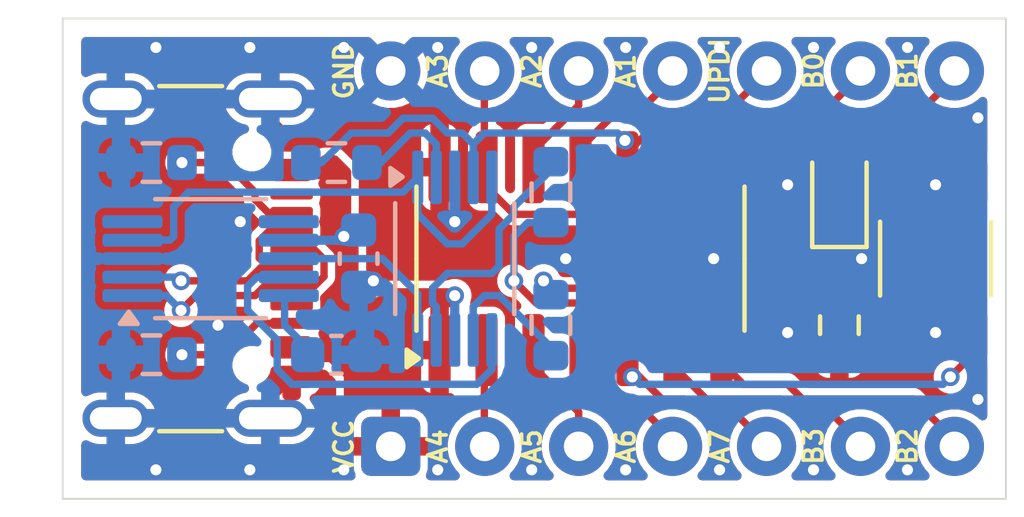
<source format=kicad_pcb>
(kicad_pcb (version 20241229) (generator "pcbnew") (generator_version "9.0")
  (layers (0 "F.Cu" signal) (2 "B.Cu" signal) (13 "F.Paste" user) (15 "B.Paste" user) (5 "F.SilkS" user "F.Silkscreen") (7 "B.SilkS" user "B.Silkscreen") (1 "F.Mask" user) (3 "B.Mask" user) (25 "Edge.Cuts" user))
  (net 0 "")
  (net 1 "PA1")
  (net 2 "GND")
  (net 3 "PA4")
  (net 4 "PA7")
  (net 5 "PA6")
  (net 6 "PB2")
  (net 7 "PB0")
  (net 8 "PB1")
  (net 9 "PA2")
  (net 10 "PA3")
  (net 11 "PA5")
  (net 12 "PB3")
  (net 13 "VCC")
  (net 14 "Net-(J2-CC1)")
  (net 15 "D+")
  (net 16 "D-")
  (net 17 "Net-(J2-CC2)")
  (net 18 "UPDI")
  (net 19 "Net-(R5-Pad1)")
  (net 21 "RTS#")
  (net 23 "TXD")
  (net 24 "RXD")
  (net 25 "Net-(U2-V3)")
  (net 28 "Net-(D1-K)")
  (net 29 "Net-(R3-Pad1)")
  (net 30 "Net-(R4-Pad1)")
  (footprint "LED_SMD:LED_0603_1608Metric" (layer "F.Cu") (at 113.4 98.2 90)
    (property "Reference" "D1" (hide yes))
    (property "Value" "LED_Small" (hide yes))
    (fp_line (start 0.8 -0.735) (end -1.485 -0.735) (stroke (width 0.12)) (layer "F.SilkS"))
    (fp_line (start -1.485 -0.735) (end -1.485 0.735) (stroke (width 0.12)) (layer "F.SilkS"))
    (fp_line (start -1.485 0.735) (end 0.8 0.735) (stroke (width 0.12)) (layer "F.SilkS"))
    (pad "1" smd roundrect (at -0.7875 0 90) (size 0.875 0.95) (layers "F.Cu" "F.Mask" "F.Paste") (net 28 "Net-(D1-K)"))
    (pad "2" smd roundrect (at 0.7875 0 90) (size 0.875 0.95) (layers "F.Cu" "F.Mask" "F.Paste") (net 10 "PA3"))
  )
  (footprint "Package_DIP:DIP-14_W10.16mm" (layer "F.Cu") (at 101.27 105.08 90)
    (property "Reference" "J1" (hide yes))
    (property "Value" "Conn_02x07_Counter_Clockwise" (hide yes))
    (pad "1" thru_hole roundrect (at 0 0 90) (size 1.6 1.6) (drill 0.8) (layers "*.Cu" "*.Mask") (roundrect_rratio 0.15625) (net 13 "VCC"))
    (pad "2" thru_hole circle (at 0 2.54 90) (size 1.6 1.6) (drill 0.8) (layers "*.Cu" "*.Mask") (net 3 "PA4"))
    (pad "3" thru_hole circle (at 0 5.08 90) (size 1.6 1.6) (drill 0.8) (layers "*.Cu" "*.Mask") (net 11 "PA5"))
    (pad "4" thru_hole circle (at 0 7.62 90) (size 1.6 1.6) (drill 0.8) (layers "*.Cu" "*.Mask") (net 5 "PA6"))
    (pad "5" thru_hole circle (at 0 10.16 90) (size 1.6 1.6) (drill 0.8) (layers "*.Cu" "*.Mask") (net 4 "PA7"))
    (pad "6" thru_hole circle (at 0 12.7 90) (size 1.6 1.6) (drill 0.8) (layers "*.Cu" "*.Mask") (net 12 "PB3"))
    (pad "7" thru_hole circle (at 0 15.24 90) (size 1.6 1.6) (drill 0.8) (layers "*.Cu" "*.Mask") (net 6 "PB2"))
    (pad "8" thru_hole circle (at 10.16 15.24 90) (size 1.6 1.6) (drill 0.8) (layers "*.Cu" "*.Mask") (net 8 "PB1"))
    (pad "9" thru_hole circle (at 10.16 12.7 90) (size 1.6 1.6) (drill 0.8) (layers "*.Cu" "*.Mask") (net 7 "PB0"))
    (pad "10" thru_hole circle (at 10.16 10.16 90) (size 1.6 1.6) (drill 0.8) (layers "*.Cu" "*.Mask") (net 18 "UPDI"))
    (pad "11" thru_hole circle (at 10.16 7.62 90) (size 1.6 1.6) (drill 0.8) (layers "*.Cu" "*.Mask") (net 1 "PA1"))
    (pad "12" thru_hole circle (at 10.16 5.08 90) (size 1.6 1.6) (drill 0.8) (layers "*.Cu" "*.Mask") (net 9 "PA2"))
    (pad "13" thru_hole circle (at 10.16 2.54 90) (size 1.6 1.6) (drill 0.8) (layers "*.Cu" "*.Mask") (net 10 "PA3"))
    (pad "14" thru_hole circle (at 10.16 0 90) (size 1.6 1.6) (drill 0.8) (layers "*.Cu" "*.Mask") (net 2 "GND"))
  )
  (footprint "Library:alps-skrp" (layer "F.Cu") (at 116 100 90)
    (property "Reference" "SW1" (hide yes))
    (property "Value" "SW_Push" (hide yes))
    (fp_line (start -1 -1.5) (end 1 -1.5) (stroke (width 0.12)) (layer "F.SilkS"))
    (fp_line (start -1 1.5) (end 1 1.5) (stroke (width 0.12)) (layer "F.SilkS"))
    (pad "1" smd rect (at -2.075 1.075 90) (size 1.05 0.65) (layers "F.Cu" "F.Mask" "F.Paste") (net 4 "PA7"))
    (pad "1" smd rect (at 2.075 1.075 90) (size 1.05 0.65) (layers "F.Cu" "F.Mask" "F.Paste") (net 4 "PA7"))
    (pad "2" smd rect (at -2.075 -1.075 90) (size 1.05 0.65) (layers "F.Cu" "F.Mask" "F.Paste") (net 2 "GND"))
    (pad "2" smd rect (at 2.075 -1.075 90) (size 1.05 0.65) (layers "F.Cu" "F.Mask" "F.Paste") (net 2 "GND"))
  )
  (footprint "Resistor_SMD:R_0603_1608Metric" (layer "F.Cu") (at 113.4 101.8 -90)
    (property "Reference" "R6" (hide yes))
    (property "Value" "10k" (hide yes))
    (fp_line (start -0.237258 0.5225) (end 0.237258 0.5225) (stroke (width 0.12)) (layer "F.SilkS"))
    (fp_line (start -0.237258 -0.5225) (end 0.237258 -0.5225) (stroke (width 0.12)) (layer "F.SilkS"))
    (pad "1" smd roundrect (at -0.825 0 270) (size 0.8 0.95) (layers "F.Cu" "F.Mask" "F.Paste") (net 28 "Net-(D1-K)"))
    (pad "2" smd roundrect (at 0.825 0 270) (size 0.8 0.95) (layers "F.Cu" "F.Mask" "F.Paste") (net 2 "GND"))
  )
  (footprint "Package_SO:SOIC-14_3.9x8.7mm_P1.27mm" (layer "F.Cu") (at 106.4 100 90)
    (property "Reference" "U1" (hide yes))
    (property "Value" "ATtiny1604-SS" (hide yes))
    (fp_line (start 0 -4.435) (end 1.95 -4.435) (stroke (width 0.12)) (layer "F.SilkS"))
    (fp_line (start 0 -4.435) (end -1.95 -4.435) (stroke (width 0.12)) (layer "F.SilkS"))
    (fp_line (start 0 4.435) (end 1.95 4.435) (stroke (width 0.12)) (layer "F.SilkS"))
    (fp_line (start 0 4.435) (end -1.95 4.435) (stroke (width 0.12)) (layer "F.SilkS"))
    (fp_poly (pts (xy -2.7 -4.37) (xy -2.94 -4.7) (xy -2.46 -4.7)) (stroke (width 0.12)) (fill yes) (layer "F.SilkS"))
    (pad "1" smd roundrect (at -2.475 -3.81 90) (size 1.95 0.6) (layers "F.Cu" "F.Mask" "F.Paste") (net 13 "VCC"))
    (pad "2" smd roundrect (at -2.475 -2.54 90) (size 1.95 0.6) (layers "F.Cu" "F.Mask" "F.Paste") (net 3 "PA4"))
    (pad "3" smd roundrect (at -2.475 -1.27 90) (size 1.95 0.6) (layers "F.Cu" "F.Mask" "F.Paste") (net 11 "PA5"))
    (pad "4" smd roundrect (at -2.475 0 90) (size 1.95 0.6) (layers "F.Cu" "F.Mask" "F.Paste") (net 5 "PA6"))
    (pad "5" smd roundrect (at -2.475 1.27 90) (size 1.95 0.6) (layers "F.Cu" "F.Mask" "F.Paste") (net 4 "PA7"))
    (pad "6" smd roundrect (at -2.475 2.54 90) (size 1.95 0.6) (layers "F.Cu" "F.Mask" "F.Paste") (net 12 "PB3"))
    (pad "7" smd roundrect (at -2.475 3.81 90) (size 1.95 0.6) (layers "F.Cu" "F.Mask" "F.Paste") (net 6 "PB2"))
    (pad "8" smd roundrect (at 2.475 3.81 90) (size 1.95 0.6) (layers "F.Cu" "F.Mask" "F.Paste") (net 8 "PB1"))
    (pad "9" smd roundrect (at 2.475 2.54 90) (size 1.95 0.6) (layers "F.Cu" "F.Mask" "F.Paste") (net 7 "PB0"))
    (pad "10" smd roundrect (at 2.475 1.27 90) (size 1.95 0.6) (layers "F.Cu" "F.Mask" "F.Paste") (net 18 "UPDI"))
    (pad "11" smd roundrect (at 2.475 0 90) (size 1.95 0.6) (layers "F.Cu" "F.Mask" "F.Paste") (net 1 "PA1"))
    (pad "12" smd roundrect (at 2.475 -1.27 90) (size 1.95 0.6) (layers "F.Cu" "F.Mask" "F.Paste") (net 9 "PA2"))
    (pad "13" smd roundrect (at 2.475 -2.54 90) (size 1.95 0.6) (layers "F.Cu" "F.Mask" "F.Paste") (net 10 "PA3"))
    (pad "14" smd roundrect (at 2.475 -3.81 90) (size 1.95 0.6) (layers "F.Cu" "F.Mask" "F.Paste") (net 2 "GND"))
  )
  (footprint "Connector_USB:USB_C_Receptacle_GCT_USB4105-xx-A_16P_TopMnt_Horizontal" (layer "F.Cu") (at 94.91 100 -90)
    (property "Reference" "J2" (hide yes))
    (property "Value" "USB_C_Receptacle_USB2.0_16P" (hide yes))
    (fp_line (start -4.67 -0.1) (end -4.67 -1.8) (stroke (width 0.12)) (layer "F.SilkS"))
    (fp_line (start 4.67 -0.1) (end 4.67 -1.8) (stroke (width 0.12)) (layer "F.SilkS"))
    (pad "" np_thru_hole circle (at -2.89 -2.605 270) (size 0.65 0.65) (drill 0.65) (layers "*.Cu" "*.Mask"))
    (pad "" np_thru_hole circle (at 2.89 -2.605 270) (size 0.65 0.65) (drill 0.65) (layers "*.Cu" "*.Mask"))
    (pad "A1" smd roundrect (at -3.2 -3.68 270) (size 0.6 1.15) (layers "F.Cu" "F.Mask" "F.Paste") (net 2 "GND"))
    (pad "A4" smd roundrect (at -2.4 -3.68 270) (size 0.6 1.15) (layers "F.Cu" "F.Mask" "F.Paste") (net 13 "VCC"))
    (pad "A5" smd roundrect (at -1.25 -3.68 270) (size 0.3 1.15) (layers "F.Cu" "F.Mask" "F.Paste") (net 14 "Net-(J2-CC1)"))
    (pad "A6" smd roundrect (at -0.25 -3.68 270) (size 0.3 1.15) (layers "F.Cu" "F.Mask" "F.Paste") (net 15 "D+"))
    (pad "A7" smd roundrect (at 0.25 -3.68 270) (size 0.3 1.15) (layers "F.Cu" "F.Mask" "F.Paste") (net 16 "D-"))
    (pad "A8" smd roundrect (at 1.25 -3.68 270) (size 0.3 1.15) (layers "F.Cu" "F.Mask" "F.Paste"))
    (pad "A9" smd roundrect (at 2.4 -3.68 270) (size 0.6 1.15) (layers "F.Cu" "F.Mask" "F.Paste") (net 13 "VCC"))
    (pad "A12" smd roundrect (at 3.2 -3.68 270) (size 0.6 1.15) (layers "F.Cu" "F.Mask" "F.Paste") (net 2 "GND"))
    (pad "B1" smd roundrect (at 3.2 -3.68 270) (size 0.6 1.15) (layers "F.Cu" "F.Mask" "F.Paste") (net 2 "GND"))
    (pad "B4" smd roundrect (at 2.4 -3.68 270) (size 0.6 1.15) (layers "F.Cu" "F.Mask" "F.Paste") (net 13 "VCC"))
    (pad "B5" smd roundrect (at 1.75 -3.68 270) (size 0.3 1.15) (layers "F.Cu" "F.Mask" "F.Paste") (net 17 "Net-(J2-CC2)"))
    (pad "B6" smd roundrect (at 0.75 -3.68 270) (size 0.3 1.15) (layers "F.Cu" "F.Mask" "F.Paste") (net 15 "D+"))
    (pad "B7" smd roundrect (at -0.75 -3.68 270) (size 0.3 1.15) (layers "F.Cu" "F.Mask" "F.Paste") (net 16 "D-"))
    (pad "B8" smd roundrect (at -1.75 -3.68 270) (size 0.3 1.15) (layers "F.Cu" "F.Mask" "F.Paste"))
    (pad "B9" smd roundrect (at -2.4 -3.68 270) (size 0.6 1.15) (layers "F.Cu" "F.Mask" "F.Paste") (net 13 "VCC"))
    (pad "B12" smd roundrect (at -3.2 -3.68 270) (size 0.6 1.15) (layers "F.Cu" "F.Mask" "F.Paste") (net 2 "GND"))
    (pad "S1" thru_hole oval (at -4.32 -3.105 270) (size 1 2.1) (drill oval 0.6 1.7) (property pad_prop_heatsink) (layers "*.Cu" "*.Mask" "F.Paste") (net 2 "GND"))
    (pad "S1" thru_hole oval (at -4.32 1.075 270) (size 1 1.8) (drill oval 0.6 1.4) (property pad_prop_heatsink) (layers "*.Cu" "*.Mask" "F.Paste") (net 2 "GND"))
    (pad "S1" thru_hole oval (at 4.32 -3.105 270) (size 1 2.1) (drill oval 0.6 1.7) (property pad_prop_heatsink) (layers "*.Cu" "*.Mask" "F.Paste") (net 2 "GND"))
    (pad "S1" thru_hole oval (at 4.32 1.075 270) (size 1 1.8) (drill oval 0.6 1.4) (property pad_prop_heatsink) (layers "*.Cu" "*.Mask" "F.Paste") (net 2 "GND"))
  )
  (footprint "Package_SO:MSOP-10_3x3mm_P0.5mm" (layer "B.Cu") (at 96.4 100)
    (property "Reference" "U2" (hide yes))
    (property "Value" "CH340E" (hide yes))
    (fp_line (start 0 -1.61) (end -1.5 -1.61) (stroke (width 0.12)) (layer "B.SilkS"))
    (fp_line (start 0 -1.61) (end 1.5 -1.61) (stroke (width 0.12)) (layer "B.SilkS"))
    (fp_line (start 0 1.61) (end -1.5 1.61) (stroke (width 0.12)) (layer "B.SilkS"))
    (fp_line (start 0 1.61) (end 1.5 1.61) (stroke (width 0.12)) (layer "B.SilkS"))
    (fp_poly (pts (xy -2.2125 1.435) (xy -2.4525 1.765) (xy -1.9725 1.765)) (stroke (width 0.12)) (fill yes) (layer "B.SilkS"))
    (pad "1" smd roundrect (at -2.1125 1) (size 1.625 0.35) (layers "B.Cu" "B.Mask" "B.Paste") (net 15 "D+"))
    (pad "2" smd roundrect (at -2.1125 0.5) (size 1.625 0.35) (layers "B.Cu" "B.Mask" "B.Paste") (net 16 "D-"))
    (pad "3" smd roundrect (at -2.1125 0) (size 1.625 0.35) (layers "B.Cu" "B.Mask" "B.Paste") (net 2 "GND"))
    (pad "4" smd roundrect (at -2.1125 -0.5) (size 1.625 0.35) (layers "B.Cu" "B.Mask" "B.Paste") (net 21 "RTS#"))
    (pad "5" smd roundrect (at -2.1125 -1) (size 1.625 0.35) (layers "B.Cu" "B.Mask" "B.Paste"))
    (pad "6" smd roundrect (at 2.1125 -1) (size 1.625 0.35) (layers "B.Cu" "B.Mask" "B.Paste"))
    (pad "7" smd roundrect (at 2.1125 -0.5) (size 1.625 0.35) (layers "B.Cu" "B.Mask" "B.Paste") (net 13 "VCC"))
    (pad "8" smd roundrect (at 2.1125 0) (size 1.625 0.35) (layers "B.Cu" "B.Mask" "B.Paste") (net 23 "TXD"))
    (pad "9" smd roundrect (at 2.1125 0.5) (size 1.625 0.35) (layers "B.Cu" "B.Mask" "B.Paste") (net 24 "RXD"))
    (pad "10" smd roundrect (at 2.1125 1) (size 1.625 0.35) (layers "B.Cu" "B.Mask" "B.Paste") (net 25 "Net-(U2-V3)"))
  )
  (footprint "Resistor_SMD:R_0603_1608Metric" (layer "B.Cu") (at 99.8 97.4 180)
    (property "Reference" "R5" (hide yes))
    (property "Value" "4k7" (hide yes))
    (fp_line (start -0.237258 0.5225) (end 0.237258 0.5225) (stroke (width 0.12)) (layer "B.SilkS"))
    (fp_line (start -0.237258 -0.5225) (end 0.237258 -0.5225) (stroke (width 0.12)) (layer "B.SilkS"))
    (pad "1" smd roundrect (at -0.825 0 180) (size 0.8 0.95) (layers "B.Cu" "B.Mask" "B.Paste") (net 19 "Net-(R5-Pad1)"))
    (pad "2" smd roundrect (at 0.825 0 180) (size 0.8 0.95) (layers "B.Cu" "B.Mask" "B.Paste") (net 18 "UPDI"))
  )
  (footprint "Resistor_SMD:R_0603_1608Metric" (layer "B.Cu") (at 94.8 97.4 180)
    (property "Reference" "R1" (hide yes))
    (property "Value" "4k7" (hide yes))
    (fp_line (start -0.237258 0.5225) (end 0.237258 0.5225) (stroke (width 0.12)) (layer "B.SilkS"))
    (fp_line (start -0.237258 -0.5225) (end 0.237258 -0.5225) (stroke (width 0.12)) (layer "B.SilkS"))
    (pad "1" smd roundrect (at -0.825 0 180) (size 0.8 0.95) (layers "B.Cu" "B.Mask" "B.Paste") (net 14 "Net-(J2-CC1)"))
    (pad "2" smd roundrect (at 0.825 0 180) (size 0.8 0.95) (layers "B.Cu" "B.Mask" "B.Paste") (net 2 "GND"))
  )
  (footprint "Capacitor_SMD:C_0603_1608Metric" (layer "B.Cu") (at 99.8 102.6)
    (property "Reference" "C2" (hide yes))
    (property "Value" "0u1" (hide yes))
    (fp_line (start -0.14058 -0.51) (end 0.14058 -0.51) (stroke (width 0.12)) (layer "B.SilkS"))
    (fp_line (start -0.14058 0.51) (end 0.14058 0.51) (stroke (width 0.12)) (layer "B.SilkS"))
    (pad "1" smd roundrect (at -0.775 0) (size 0.9 0.95) (layers "B.Cu" "B.Mask" "B.Paste") (net 25 "Net-(U2-V3)"))
    (pad "2" smd roundrect (at 0.775 0) (size 0.9 0.95) (layers "B.Cu" "B.Mask" "B.Paste") (net 2 "GND"))
  )
  (footprint "Library:PCB.MCBEERINGI.DEV_small" (layer "B.Cu") (at 114.6 100 180)
    (property "Reference" "" (at 0 0 0) (layer "B.SilkS") (effects (font (size 1.27 1.27)) (justify mirror)))
    (property "Value" "")
  )
  (footprint "Resistor_SMD:R_0603_1608Metric" (layer "B.Cu") (at 105.6 101.8 90)
    (property "Reference" "R4" (hide yes))
    (property "Value" "4k7" (hide yes))
    (fp_line (start -0.237258 -0.5225) (end 0.237258 -0.5225) (stroke (width 0.12)) (layer "B.SilkS"))
    (fp_line (start -0.237258 0.5225) (end 0.237258 0.5225) (stroke (width 0.12)) (layer "B.SilkS"))
    (pad "1" smd roundrect (at -0.825 0 90) (size 0.8 0.95) (layers "B.Cu" "B.Mask" "B.Paste") (net 30 "Net-(R4-Pad1)"))
    (pad "2" smd roundrect (at 0.825 0 90) (size 0.8 0.95) (layers "B.Cu" "B.Mask" "B.Paste") (net 6 "PB2"))
  )
  (footprint "Capacitor_SMD:C_0603_1608Metric" (layer "B.Cu") (at 100.4 100 -90)
    (property "Reference" "C1" (hide yes))
    (property "Value" "4u7" (hide yes))
    (fp_line (start -0.14058 0.51) (end 0.14058 0.51) (stroke (width 0.12)) (layer "B.SilkS"))
    (fp_line (start -0.14058 -0.51) (end 0.14058 -0.51) (stroke (width 0.12)) (layer "B.SilkS"))
    (pad "1" smd roundrect (at -0.775 0 270) (size 0.9 0.95) (layers "B.Cu" "B.Mask" "B.Paste") (net 13 "VCC"))
    (pad "2" smd roundrect (at 0.775 0 270) (size 0.9 0.95) (layers "B.Cu" "B.Mask" "B.Paste") (net 2 "GND"))
  )
  (footprint "Library:mcbeeringi_icon_5mm" (layer "B.Cu") (at 109.2 98.6 180)
    (property "Reference" "" (at 0 0 0) (layer "B.SilkS") (effects (font (size 1.27 1.27)) (justify mirror)))
    (property "Value" "mcbeeringi_icon" (hide yes))
  )
  (footprint "Resistor_SMD:R_0603_1608Metric" (layer "B.Cu") (at 105.6 98.2 -90)
    (property "Reference" "R3" (hide yes))
    (property "Value" "4k7" (hide yes))
    (fp_line (start -0.237258 0.5225) (end 0.237258 0.5225) (stroke (width 0.12)) (layer "B.SilkS"))
    (fp_line (start -0.237258 -0.5225) (end 0.237258 -0.5225) (stroke (width 0.12)) (layer "B.SilkS"))
    (pad "1" smd roundrect (at -0.825 0 270) (size 0.8 0.95) (layers "B.Cu" "B.Mask" "B.Paste") (net 29 "Net-(R3-Pad1)"))
    (pad "2" smd roundrect (at 0.825 0 270) (size 0.8 0.95) (layers "B.Cu" "B.Mask" "B.Paste") (net 12 "PB3"))
  )
  (footprint "Resistor_SMD:R_0603_1608Metric" (layer "B.Cu") (at 94.8 102.6 180)
    (property "Reference" "R2" (hide yes))
    (property "Value" "4k7" (hide yes))
    (fp_line (start -0.237258 0.5225) (end 0.237258 0.5225) (stroke (width 0.12)) (layer "B.SilkS"))
    (fp_line (start -0.237258 -0.5225) (end 0.237258 -0.5225) (stroke (width 0.12)) (layer "B.SilkS"))
    (pad "1" smd roundrect (at -0.825 0 180) (size 0.8 0.95) (layers "B.Cu" "B.Mask" "B.Paste") (net 17 "Net-(J2-CC2)"))
    (pad "2" smd roundrect (at 0.825 0 180) (size 0.8 0.95) (layers "B.Cu" "B.Mask" "B.Paste") (net 2 "GND"))
  )
  (footprint "Package_SO:VSSOP-10_3x3mm_P0.5mm" (layer "B.Cu") (at 103 100 -90)
    (property "Reference" "U3" (hide yes))
    (property "Value" "TS5A23159DGS" (hide yes))
    (fp_line (start 0 1.61) (end -1.5 1.61) (stroke (width 0.12)) (layer "B.SilkS"))
    (fp_line (start 0 1.61) (end 1.5 1.61) (stroke (width 0.12)) (layer "B.SilkS"))
    (fp_line (start 0 -1.61) (end -1.5 -1.61) (stroke (width 0.12)) (layer "B.SilkS"))
    (fp_line (start 0 -1.61) (end 1.5 -1.61) (stroke (width 0.12)) (layer "B.SilkS"))
    (fp_poly (pts (xy -2.2125 1.41) (xy -2.4525 1.74) (xy -1.9725 1.74)) (stroke (width 0.12)) (fill yes) (layer "B.SilkS"))
    (pad "1" smd roundrect (at -2.2 1 270) (size 1.45 0.3) (layers "B.Cu" "B.Mask" "B.Paste") (net 21 "RTS#"))
    (pad "2" smd roundrect (at -2.2 0.5 270) (size 1.45 0.3) (layers "B.Cu" "B.Mask" "B.Paste") (net 19 "Net-(R5-Pad1)"))
    (pad "3" smd roundrect (at -2.2 0 270) (size 1.45 0.3) (layers "B.Cu" "B.Mask" "B.Paste") (net 2 "GND"))
    (pad "4" smd roundrect (at -2.2 -0.5 270) (size 1.45 0.3) (layers "B.Cu" "B.Mask" "B.Paste") (net 18 "UPDI"))
    (pad "5" smd roundrect (at -2.2 -1 270) (size 1.45 0.3) (layers "B.Cu" "B.Mask" "B.Paste") (net 21 "RTS#"))
    (pad "6" smd roundrect (at 2.2 -1 270) (size 1.45 0.3) (layers "B.Cu" "B.Mask" "B.Paste") (net 24 "RXD"))
    (pad "7" smd roundrect (at 2.2 -0.5 270) (size 1.45 0.3) (layers "B.Cu" "B.Mask" "B.Paste") (net 30 "Net-(R4-Pad1)"))
    (pad "8" smd roundrect (at 2.2 0 270) (size 1.45 0.3) (layers "B.Cu" "B.Mask" "B.Paste") (net 13 "VCC"))
    (pad "9" smd roundrect (at 2.2 0.5 270) (size 1.45 0.3) (layers "B.Cu" "B.Mask" "B.Paste") (net 29 "Net-(R3-Pad1)"))
    (pad "10" smd roundrect (at 2.2 1 270) (size 1.45 0.3) (layers "B.Cu" "B.Mask" "B.Paste") (net 23 "TXD"))
  )
  (gr_line (start 117.9 106.5) (end 92.4 106.5) (stroke (width 0.05)) (layer "Edge.Cuts"))
  (gr_line (start 117.9 93.5) (end 117.9 106.5) (stroke (width 0.05)) (layer "Edge.Cuts"))
  (gr_line (start 92.4 106.5) (end 92.4 93.5) (stroke (width 0.05)) (layer "Edge.Cuts"))
  (gr_line (start 92.4 93.5) (end 117.9 93.5) (stroke (width 0.05)) (layer "Edge.Cuts"))
  (gr_text "B1" (at 115.24 94.92 90) (layer "F.SilkS") (effects (font (size 0.5 0.5) (thickness 0.1) (bold yes))))
  (gr_text "A6" (at 107.62 105.08 90) (layer "F.SilkS") (effects (font (size 0.5 0.5) (thickness 0.1) (bold yes))))
  (gr_text "B3" (at 112.7 105.08 90) (layer "F.SilkS") (effects (font (size 0.5 0.5) (thickness 0.1) (bold yes))))
  (gr_text "A4" (at 102.54 105.08 90) (layer "F.SilkS") (effects (font (size 0.5 0.5) (thickness 0.1) (bold yes))))
  (gr_text "B0" (at 112.7 94.92 90) (layer "F.SilkS") (effects (font (size 0.5 0.5) (thickness 0.1) (bold yes))))
  (gr_text "VCC" (at 100 105.08 90) (layer "F.SilkS") (effects (font (size 0.5 0.5) (thickness 0.1) (bold yes))))
  (gr_text "GND" (at 100 94.92 90) (layer "F.SilkS") (effects (font (size 0.5 0.5) (thickness 0.1) (bold yes))))
  (gr_text "B2" (at 115.24 105.08 90) (layer "F.SilkS") (effects (font (size 0.5 0.5) (thickness 0.1) (bold yes))))
  (gr_text "A3" (at 102.54 94.92 90) (layer "F.SilkS") (effects (font (size 0.5 0.5) (thickness 0.1) (bold yes))))
  (gr_text "A7" (at 110.16 105.08 90) (layer "F.SilkS") (effects (font (size 0.5 0.5) (thickness 0.1) (bold yes))))
  (gr_text "A1" (at 107.62 94.92 90) (layer "F.SilkS") (effects (font (size 0.5 0.5) (thickness 0.1) (bold yes))))
  (gr_text "A5" (at 105.08 105.08 90) (layer "F.SilkS") (effects (font (size 0.5 0.5) (thickness 0.1) (bold yes))))
  (gr_text "A2" (at 105.08 94.92 90) (layer "F.SilkS") (effects (font (size 0.5 0.5) (thickness 0.1) (bold yes))))
  (gr_text "UPDI" (at 110.16 94.92 90) (layer "F.SilkS") (effects (font (size 0.5 0.5) (thickness 0.1) (bold yes))))
  (segment (start 108.89 95.11) (end 108.89 94.92) (width 0.2) (layer "F.Cu") (net 1))
  (segment (start 106.4 97) (end 107.2 96.2) (width 0.2) (layer "F.Cu") (net 1))
  (segment (start 106.4 97.525) (end 106.4 97) (width 0.2) (layer "F.Cu") (net 1))
  (segment (start 107.8 96.2) (end 108.89 95.11) (width 0.2) (layer "F.Cu") (net 1))
  (segment (start 107.2 96.2) (end 107.8 96.2) (width 0.2) (layer "F.Cu") (net 1))
  (segment (start 98.015 103.775) (end 98.59 103.2) (width 0.25) (layer "F.Cu") (net 2))
  (segment (start 98.015 104.32) (end 98.015 103.775) (width 0.25) (layer "F.Cu") (net 2))
  (segment (start 98.015 95.68) (end 98.015 96.225) (width 0.25) (layer "F.Cu") (net 2))
  (segment (start 98.015 96.225) (end 98.59 96.8) (width 0.25) (layer "F.Cu") (net 2))
  (via (at 97.46 105.715) (size 0.5) (drill 0.3) (layers "F.Cu" "B.Cu") (net 2))
  (via (at 105.08 105.715) (size 0.5) (drill 0.3) (layers "F.Cu" "B.Cu") (net 2))
  (via (at 100 94.285) (size 0.5) (drill 0.3) (layers "F.Cu" "B.Cu") (net 2))
  (via (at 106 100) (size 0.5) (drill 0.3) (layers "F.Cu" "B.Cu") (net 2))
  (via (at 110.16 105.715) (size 0.5) (drill 0.3) (layers "F.Cu" "B.Cu") (net 2))
  (via (at 102.54 105.715) (size 0.5) (drill 0.3) (layers "F.Cu" "B.Cu") (net 2))
  (via (at 105.08 94.285) (size 0.5) (drill 0.3) (layers "F.Cu" "B.Cu") (net 2))
  (via (at 100.8 100.6) (size 0.5) (drill 0.3) (layers "F.Cu" "B.Cu") (net 2))
  (via (at 112 102) (size 0.5) (drill 0.3) (layers "F.Cu" "B.Cu") (net 2))
  (via (at 115.24 105.715) (size 0.5) (drill 0.3) (layers "F.Cu" "B.Cu") (net 2))
  (via (at 114 100) (size 0.5) (drill 0.3) (layers "F.Cu" "B.Cu") (net 2))
  (via (at 117.145 103.81) (size 0.5) (drill 0.3) (layers "F.Cu" "B.Cu") (net 2))
  (via (at 110 100) (size 0.5) (drill 0.3) (layers "F.Cu" "B.Cu") (net 2))
  (via (at 107.62 105.715) (size 0.5) (drill 0.3) (layers "F.Cu" "B.Cu") (net 2))
  (via (at 116 98) (size 0.5) (drill 0.3) (layers "F.Cu" "B.Cu") (net 2))
  (via (at 94.92 94.285) (size 0.5) (drill 0.3) (layers "F.Cu" "B.Cu") (net 2))
  (via (at 107.62 94.285) (size 0.5) (drill 0.3) (layers "F.Cu" "B.Cu") (net 2))
  (via (at 116 102) (size 0.5) (drill 0.3) (layers "F.Cu" "B.Cu") (net 2))
  (via (at 102.54 94.285) (size 0.5) (drill 0.3) (layers "F.Cu" "B.Cu") (net 2))
  (via (at 112 98) (size 0.5) (drill 0.3) (layers "F.Cu" "B.Cu") (net 2))
  (via (at 100 105.715) (size 0.5) (drill 0.3) (layers "F.Cu" "B.Cu") (net 2))
  (via (at 103 99) (size 0.5) (drill 0.3) (layers "F.Cu" "B.Cu") (net 2))
  (via (at 112.7 94.285) (size 0.5) (drill 0.3) (layers "F.Cu" "B.Cu") (net 2))
  (via (at 97.46 94.285) (size 0.5) (drill 0.3) (layers "F.Cu" "B.Cu") (net 2))
  (via (at 94.92 105.715) (size 0.5) (drill 0.3) (layers "F.Cu" "B.Cu") (net 2))
  (via (at 115.24 94.285) (size 0.5) (drill 0.3) (layers "F.Cu" "B.Cu") (net 2))
  (via (at 117.145 96.19) (size 0.5) (drill 0.3) (layers "F.Cu" "B.Cu") (net 2))
  (via (at 110.16 94.285) (size 0.5) (drill 0.3) (layers "F.Cu" "B.Cu") (net 2))
  (via (at 97.2 99) (size 0.5) (drill 0.3) (layers "F.Cu" "B.Cu") (net 2))
  (via (at 112.7 105.715) (size 0.5) (drill 0.3) (layers "F.Cu" "B.Cu") (net 2))
  (via (at 96.6 101.8) (size 0.5) (drill 0.3) (layers "F.Cu" "B.Cu") (net 2))
  (segment (start 103 97.8) (end 103 99) (width 0.25) (layer "B.Cu") (net 2))
  (segment (start 103.86 102.475) (end 103.8 102.535) (width 0.2) (layer "F.Cu") (net 3))
  (segment (start 103.8 102.535) (end 103.8 105.07) (width 0.2) (layer "F.Cu") (net 3))
  (segment (start 103.8 105.07) (end 103.81 105.08) (width 0.2) (layer "F.Cu") (net 3))
  (segment (start 108.6 103.8) (end 109.2 103.8) (width 0.2) (layer "F.Cu") (net 4))
  (segment (start 111.43 105.03) (end 111.43 105.08) (width 0.2) (layer "F.Cu") (net 4))
  (segment (start 109.6 104.2) (end 110.6 104.2) (width 0.2) (layer "F.Cu") (net 4))
  (segment (start 116.4 103.2) (end 117.075 102.525) (width 0.2) (layer "F.Cu") (net 4))
  (segment (start 107.67 102.87) (end 108.6 103.8) (width 0.2) (layer "F.Cu") (net 4))
  (segment (start 117.2 98.05) (end 117.075 97.925) (width 0.2) (layer "F.Cu") (net 4))
  (segment (start 117.075 102.075) (end 117.2 101.95) (width 0.2) (layer "F.Cu") (net 4))
  (segment (start 117.075 102.525) (end 117.075 102.075) (width 0.2) (layer "F.Cu") (net 4))
  (segment (start 109.2 103.8) (end 109.6 104.2) (width 0.2) (layer "F.Cu") (net 4))
  (segment (start 110.6 104.2) (end 111.43 105.03) (width 0.2) (layer "F.Cu") (net 4))
  (segment (start 117.2 101.95) (end 117.2 98.05) (width 0.2) (layer "F.Cu") (net 4))
  (segment (start 107.67 102.475) (end 107.67 102.87) (width 0.2) (layer "F.Cu") (net 4))
  (via (at 116.4 103.2) (size 0.5) (drill 0.3) (layers "F.Cu" "B.Cu") (net 4))
  (via (at 107.8 103.2) (size 0.5) (drill 0.3) (layers "F.Cu" "B.Cu") (net 4))
  (segment (start 108 103.4) (end 107.8 103.2) (width 0.2) (layer "B.Cu") (net 4))
  (segment (start 116.2 103.4) (end 108 103.4) (width 0.2) (layer "B.Cu") (net 4))
  (segment (start 116.4 103.2) (end 116.2 103.4) (width 0.2) (layer "B.Cu") (net 4))
  (segment (start 108.89 104.89) (end 108.89 105.08) (width 0.2) (layer "F.Cu") (net 5))
  (segment (start 106.4 103) (end 107.2 103.8) (width 0.2) (layer "F.Cu") (net 5))
  (segment (start 107.2 103.8) (end 107.8 103.8) (width 0.2) (layer "F.Cu") (net 5))
  (segment (start 107.8 103.8) (end 108.89 104.89) (width 0.2) (layer "F.Cu") (net 5))
  (segment (start 106.4 102.475) (end 106.4 103) (width 0.2) (layer "F.Cu") (net 5))
  (segment (start 110.8 103.4) (end 112 103.4) (width 0.2) (layer "F.Cu") (net 6))
  (segment (start 109 100.8) (end 110.21 102.01) (width 0.2) (layer "F.Cu") (net 6))
  (segment (start 110.21 102.01) (end 110.21 102.475) (width 0.2) (layer "F.Cu") (net 6))
  (segment (start 110.21 102.475) (end 110.21 102.81) (width 0.2) (layer "F.Cu") (net 6))
  (segment (start 112 103.4) (end 112.4 103.8) (width 0.2) (layer "F.Cu") (net 6))
  (segment (start 105.6 100.8) (end 109 100.8) (width 0.2) (layer "F.Cu") (net 6))
  (segment (start 112.4 103.8) (end 115.4 103.8) (width 0.2) (layer "F.Cu") (net 6))
  (segment (start 115.4 103.8) (end 116.51 104.91) (width 0.2) (layer "F.Cu") (net 6))
  (segment (start 110.21 102.81) (end 110.8 103.4) (width 0.2) (layer "F.Cu") (net 6))
  (segment (start 116.51 104.91) (end 116.51 105.08) (width 0.2) (layer "F.Cu") (net 6))
  (segment (start 105.4 100.6) (end 105.6 100.8) (width 0.2) (layer "F.Cu") (net 6))
  (via (at 105.4 100.6) (size 0.5) (drill 0.3) (layers "F.Cu" "B.Cu") (net 6))
  (segment (start 109.8 96.2) (end 111.8 96.2) (width 0.2) (layer "F.Cu") (net 7))
  (segment (start 108.94 97.525) (end 108.94 97.06) (width 0.2) (layer "F.Cu") (net 7))
  (segment (start 112.2 95.8) (end 113.2 95.8) (width 0.2) (layer "F.Cu") (net 7))
  (segment (start 111.8 96.2) (end 112.2 95.8) (width 0.2) (layer "F.Cu") (net 7))
  (segment (start 113.97 95.03) (end 113.97 94.92) (width 0.2) (layer "F.Cu") (net 7))
  (segment (start 108.94 97.06) (end 109.8 96.2) (width 0.2) (layer "F.Cu") (net 7))
  (segment (start 113.2 95.8) (end 113.97 95.03) (width 0.2) (layer "F.Cu") (net 7))
  (segment (start 110.8 96.6) (end 112 96.6) (width 0.2) (layer "F.Cu") (net 8))
  (segment (start 112.4 96.2) (end 115.4 96.2) (width 0.2) (layer "F.Cu") (net 8))
  (segment (start 110.21 97.19) (end 110.8 96.6) (width 0.2) (layer "F.Cu") (net 8))
  (segment (start 110.21 97.525) (end 110.21 97.19) (width 0.2) (layer "F.Cu") (net 8))
  (segment (start 115.4 96.2) (end 116.51 95.09) (width 0.2) (layer "F.Cu") (net 8))
  (segment (start 116.51 95.09) (end 116.51 94.92) (width 0.2) (layer "F.Cu") (net 8))
  (segment (start 112 96.6) (end 112.4 96.2) (width 0.2) (layer "F.Cu") (net 8))
  (segment (start 105.13 97.525) (end 105.13 97.07) (width 0.2) (layer "F.Cu") (net 9))
  (segment (start 106.35 95.85) (end 106.35 94.92) (width 0.2) (layer "F.Cu") (net 9))
  (segment (start 105.13 97.07) (end 106.35 95.85) (width 0.2) (layer "F.Cu") (net 9))
  (segment (start 103.86 97.525) (end 103.86 98.06) (width 0.2) (layer "F.Cu") (net 10))
  (segment (start 103.8 94.93) (end 103.81 94.92) (width 0.2) (layer "F.Cu") (net 10))
  (segment (start 111 97.2) (end 111.2 97) (width 0.2) (layer "F.Cu") (net 10))
  (segment (start 103.86 98.06) (end 104.6 98.8) (width 0.2) (layer "F.Cu") (net 10))
  (segment (start 110.6 98.8) (end 111 98.4) (width 0.2) (layer "F.Cu") (net 10))
  (segment (start 111 98.4) (end 111 97.2) (width 0.2) (layer "F.Cu") (net 10))
  (segment (start 103.86 97.525) (end 103.8 97.465) (width 0.2) (layer "F.Cu") (net 10))
  (segment (start 111.2 97) (end 112.9875 97) (width 0.2) (layer "F.Cu") (net 10))
  (segment (start 103.8 97.465) (end 103.8 94.93) (width 0.2) (layer "F.Cu") (net 10))
  (segment (start 112.9875 97) (end 113.4 97.4125) (width 0.2) (layer "F.Cu") (net 10))
  (segment (start 104.6 98.8) (end 110.6 98.8) (width 0.2) (layer "F.Cu") (net 10))
  (segment (start 105.13 102.475) (end 105.13 102.93) (width 0.2) (layer "F.Cu") (net 11))
  (segment (start 106.35 104.15) (end 106.35 105.08) (width 0.2) (layer "F.Cu") (net 11))
  (segment (start 105.13 102.93) (end 106.35 104.15) (width 0.2) (layer "F.Cu") (net 11))
  (segment (start 108.94 102.94) (end 109.8 103.8) (width 0.2) (layer "F.Cu") (net 12))
  (segment (start 108.94 101.94) (end 108.94 102.475) (width 0.2) (layer "F.Cu") (net 12))
  (segment (start 109.8 103.8) (end 111.8 103.8) (width 0.2) (layer "F.Cu") (net 12))
  (segment (start 108.2 101.2) (end 108.94 101.94) (width 0.2) (layer "F.Cu") (net 12))
  (segment (start 111.8 103.8) (end 112.2 104.2) (width 0.2) (layer "F.Cu") (net 12))
  (segment (start 105.2 101.2) (end 108.2 101.2) (width 0.2) (layer "F.Cu") (net 12))
  (segment (start 112.2 104.2) (end 113.2 104.2) (width 0.2) (layer "F.Cu") (net 12))
  (segment (start 113.97 104.97) (end 113.97 105.08) (width 0.2) (layer "F.Cu") (net 12))
  (segment (start 104.6 100.6) (end 105.2 101.2) (width 0.2) (layer "F.Cu") (net 12))
  (segment (start 108.94 102.475) (end 108.94 102.94) (width 0.2) (layer "F.Cu") (net 12))
  (segment (start 113.2 104.2) (end 113.97 104.97) (width 0.2) (layer "F.Cu") (net 12))
  (via (at 104.6 100.6) (size 0.5) (drill 0.3) (layers "F.Cu" "B.Cu") (net 12))
  (segment (start 104.975 99.025) (end 105.6 99.025) (width 0.2) (layer "B.Cu") (net 12))
  (segment (start 104.6 99.4) (end 104.975 99.025) (width 0.2) (layer "B.Cu") (net 12))
  (segment (start 104.6 100.6) (end 104.6 99.4) (width 0.2) (layer "B.Cu") (net 12))
  (via (at 100 99.4) (size 0.5) (drill 0.3) (layers "F.Cu" "B.Cu") (net 13))
  (via (at 103 101) (size 0.5) (drill 0.3) (layers "F.Cu" "B.Cu") (net 13))
  (segment (start 103 102.2) (end 103 101) (width 0.25) (layer "B.Cu") (net 13))
  (segment (start 100 99.4) (end 99.9 99.5) (width 0.25) (layer "B.Cu") (net 13))
  (segment (start 99.9 99.5) (end 98.5125 99.5) (width 0.25) (layer "B.Cu") (net 13))
  (segment (start 97.6 98.4) (end 97.95 98.75) (width 0.2) (layer "F.Cu") (net 14))
  (segment (start 96.8 97.4) (end 97.6 98.2) (width 0.2) (layer "F.Cu") (net 14))
  (segment (start 97.6 98.2) (end 97.6 98.4) (width 0.2) (layer "F.Cu") (net 14))
  (segment (start 95.625 97.4) (end 96.8 97.4) (width 0.2) (layer "F.Cu") (net 14))
  (segment (start 97.95 98.75) (end 98.59 98.75) (width 0.2) (layer "F.Cu") (net 14))
  (via (at 95.625 97.4) (size 0.5) (drill 0.3) (layers "F.Cu" "B.Cu") (net 14))
  (segment (start 97.85 100.75) (end 98.59 100.75) (width 0.2) (layer "F.Cu") (net 15))
  (segment (start 96 101) (end 97.6 101) (width 0.2) (layer "F.Cu") (net 15))
  (segment (start 99.466 100.017176) (end 99.466 100.482824) (width 0.2) (layer "F.Cu") (net 15))
  (segment (start 99.466 100.482824) (end 99.198824 100.75) (width 0.2) (layer "F.Cu") (net 15))
  (segment (start 99.198824 99.75) (end 99.466 100.017176) (width 0.2) (layer "F.Cu") (net 15))
  (segment (start 97.6 101) (end 97.85 100.75) (width 0.2) (layer "F.Cu") (net 15))
  (segment (start 98.59 99.75) (end 99.198824 99.75) (width 0.2) (layer "F.Cu") (net 15))
  (segment (start 99.198824 100.75) (end 98.59 100.75) (width 0.2) (layer "F.Cu") (net 15))
  (segment (start 95.6 101.4) (end 96 101) (width 0.2) (layer "F.Cu") (net 15))
  (via (at 95.6 101.4) (size 0.5) (drill 0.3) (layers "F.Cu" "B.Cu") (net 15))
  (segment (start 95.2 101) (end 95.6 101.4) (width 0.2) (layer "B.Cu") (net 15))
  (segment (start 94.2875 101) (end 95.2 101) (width 0.2) (layer "B.Cu") (net 15))
  (segment (start 97.981176 99.25) (end 98.59 99.25) (width 0.2) (layer "F.Cu") (net 16))
  (segment (start 97.4 100.6) (end 97.75 100.25) (width 0.2) (layer "F.Cu") (net 16))
  (segment (start 98.59 100.25) (end 97.981176 100.25) (width 0.2) (layer "F.Cu") (net 16))
  (segment (start 97.981176 100.25) (end 97.714 99.982824) (width 0.2) (layer "F.Cu") (net 16))
  (segment (start 97.75 100.25) (end 98.59 100.25) (width 0.2) (layer "F.Cu") (net 16))
  (segment (start 97.714 99.517176) (end 97.981176 99.25) (width 0.2) (layer "F.Cu") (net 16))
  (segment (start 95.6 100.6) (end 97.4 100.6) (width 0.2) (layer "F.Cu") (net 16))
  (segment (start 97.714 99.982824) (end 97.714 99.517176) (width 0.2) (layer "F.Cu") (net 16))
  (via (at 95.6 100.6) (size 0.5) (drill 0.3) (layers "F.Cu" "B.Cu") (net 16))
  (segment (start 95.6 100.6) (end 95.5 100.5) (width 0.2) (layer "B.Cu") (net 16))
  (segment (start 95.5 100.5) (end 94.2875 100.5) (width 0.2) (layer "B.Cu") (net 16))
  (segment (start 96.8 102.6) (end 97.65 101.75) (width 0.2) (layer "F.Cu") (net 17))
  (segment (start 97.65 101.75) (end 98.59 101.75) (width 0.2) (layer "F.Cu") (net 17))
  (segment (start 95.625 102.6) (end 96.8 102.6) (width 0.2) (layer "F.Cu") (net 17))
  (via (at 95.625 102.6) (size 0.5) (drill 0.3) (layers "F.Cu" "B.Cu") (net 17))
  (segment (start 108.6 96.2) (end 109.2 96.2) (width 0.2) (layer "F.Cu") (net 18))
  (segment (start 107.67 97.525) (end 107.67 97.13) (width 0.2) (layer "F.Cu") (net 18))
  (segment (start 109.6 95.8) (end 110.6 95.8) (width 0.2) (layer "F.Cu") (net 18))
  (segment (start 107.67 97.13) (end 108.6 96.2) (width 0.2) (layer "F.Cu") (net 18))
  (segment (start 109.2 96.2) (end 109.6 95.8) (width 0.2) (layer "F.Cu") (net 18))
  (segment (start 111.43 94.97) (end 111.43 94.92) (width 0.2) (layer "F.Cu") (net 18))
  (segment (start 110.6 95.8) (end 111.43 94.97) (width 0.2) (layer "F.Cu") (net 18))
  (via (at 107.6 96.8) (size 0.5) (drill 0.3) (layers "F.Cu" "B.Cu") (net 18))
  (segment (start 102.8 96.6) (end 103.2 96.6) (width 0.2) (layer "B.Cu") (net 18))
  (segment (start 100.2 96.6) (end 101.2 96.6) (width 0.2) (layer "B.Cu") (net 18))
  (segment (start 107.6 96.8) (end 107.4 96.6) (width 0.2) (layer "B.Cu") (net 18))
  (segment (start 101.2 96.6) (end 101.6 96.2) (width 0.2) (layer "B.Cu") (net 18))
  (segment (start 102.4 96.2) (end 102.8 96.6) (width 0.2) (layer "B.Cu") (net 18))
  (segment (start 101.6 96.2) (end 102.4 96.2) (width 0.2) (layer "B.Cu") (net 18))
  (segment (start 103.2 96.6) (end 103.5 96.9) (width 0.2) (layer "B.Cu") (net 18))
  (segment (start 103.5 96.9) (end 103.5 97) (width 0.2) (layer "B.Cu") (net 18))
  (segment (start 99.4 97.4) (end 100.2 96.6) (width 0.2) (layer "B.Cu") (net 18))
  (segment (start 107.4 96.6) (end 103.8 96.6) (width 0.2) (layer "B.Cu") (net 18))
  (segment (start 103.5 97) (end 103.5 97.8) (width 0.2) (layer "B.Cu") (net 18))
  (segment (start 103.8 96.6) (end 103.5 96.9) (width 0.2) (layer "B.Cu") (net 18))
  (segment (start 98.975 97.4) (end 99.4 97.4) (width 0.2) (layer "B.Cu") (net 18))
  (segment (start 101 97.4) (end 100.625 97.4) (width 0.2) (layer "B.Cu") (net 19))
  (segment (start 102.2 96.6) (end 101.8 96.6) (width 0.2) (layer "B.Cu") (net 19))
  (segment (start 101.8 96.6) (end 101 97.4) (width 0.2) (layer "B.Cu") (net 19))
  (segment (start 102.5 96.9) (end 102.2 96.6) (width 0.2) (layer "B.Cu") (net 19))
  (segment (start 102.5 97.8) (end 102.5 96.9) (width 0.2) (layer "B.Cu") (net 19))
  (segment (start 103.2 99.6) (end 104 98.8) (width 0.2) (layer "B.Cu") (net 21))
  (segment (start 102 97.8) (end 102 98.8) (width 0.2) (layer "B.Cu") (net 21))
  (segment (start 95.8 98.2) (end 95.4 98.6) (width 0.2) (layer "B.Cu") (net 21))
  (segment (start 104 98.8) (end 104 97.8) (width 0.2) (layer "B.Cu") (net 21))
  (segment (start 102.8 99.6) (end 103.2 99.6) (width 0.2) (layer "B.Cu") (net 21))
  (segment (start 101.6 98.2) (end 95.8 98.2) (width 0.2) (layer "B.Cu") (net 21))
  (segment (start 95.3 99.5) (end 94.2875 99.5) (width 0.2) (layer "B.Cu") (net 21))
  (segment (start 102 98.8) (end 102.8 99.6) (width 0.2) (layer "B.Cu") (net 21))
  (segment (start 95.4 98.6) (end 95.4 99.4) (width 0.2) (layer "B.Cu") (net 21))
  (segment (start 95.4 99.4) (end 95.3 99.5) (width 0.2) (layer "B.Cu") (net 21))
  (segment (start 102 97.8) (end 101.6 98.2) (width 0.2) (layer "B.Cu") (net 21))
  (segment (start 102 100.94989) (end 102 102.2) (width 0.2) (layer "B.Cu") (net 23))
  (segment (start 98.5125 100) (end 101.05011 100) (width 0.2) (layer "B.Cu") (net 23))
  (segment (start 101.05011 100) (end 102 100.94989) (width 0.2) (layer "B.Cu") (net 23))
  (segment (start 97.399 100.749152) (end 97.399 101.399) (width 0.2) (layer "B.Cu") (net 24))
  (segment (start 98.2 103) (end 98.6 103.4) (width 0.2) (layer "B.Cu") (net 24))
  (segment (start 97.648152 100.5) (end 97.399 100.749152) (width 0.2) (layer "B.Cu") (net 24))
  (segment (start 97.399 101.399) (end 98.2 102.2) (width 0.2) (layer "B.Cu") (net 24))
  (segment (start 98.5125 100.5) (end 97.648152 100.5) (width 0.2) (layer "B.Cu") (net 24))
  (segment (start 98.2 102.2) (end 98.2 103) (width 0.2) (layer "B.Cu") (net 24))
  (segment (start 103.6 103.4) (end 104 103) (width 0.2) (layer "B.Cu") (net 24))
  (segment (start 98.6 103.4) (end 103.6 103.4) (width 0.2) (layer "B.Cu") (net 24))
  (segment (start 104 103) (end 104 102.2) (width 0.2) (layer "B.Cu") (net 24))
  (segment (start 99.025 102.425) (end 99.025 102.6) (width 0.2) (layer "B.Cu") (net 25))
  (segment (start 98.4 101.1125) (end 98.4 101.8) (width 0.2) (layer "B.Cu") (net 25))
  (segment (start 98.5125 101) (end 98.4 101.1125) (width 0.2) (layer "B.Cu") (net 25))
  (segment (start 98.4 101.8) (end 99.025 102.425) (width 0.2) (layer "B.Cu") (net 25))
  (segment (start 113.4 98.9875) (end 113.4 100.975) (width 0.2) (layer "F.Cu") (net 28))
  (segment (start 102.5 101.3) (end 102.4 101.2) (width 0.2) (layer "B.Cu") (net 29))
  (segment (start 102.4 101.2) (end 102.4 100.8) (width 0.2) (layer "B.Cu") (net 29))
  (segment (start 104.199 100.201) (end 104.199 99.201) (width 0.2) (layer "B.Cu") (net 29))
  (segment (start 105.6 97.6) (end 105.6 97.375) (width 0.2) (layer "B.Cu") (net 29))
  (segment (start 104 100.4) (end 104.199 100.201) (width 0.2) (layer "B.Cu") (net 29))
  (segment (start 104.199 99.201) (end 104.6 98.8) (width 0.2) (layer "B.Cu") (net 29))
  (segment (start 104.6 98.8) (end 104.6 98.6) (width 0.2) (layer "B.Cu") (net 29))
  (segment (start 104.6 98.6) (end 105.6 97.6) (width 0.2) (layer "B.Cu") (net 29))
  (segment (start 102.5 102.2) (end 102.5 101.3) (width 0.2) (layer "B.Cu") (net 29))
  (segment (start 102.4 100.8) (end 102.8 100.4) (width 0.2) (layer "B.Cu") (net 29))
  (segment (start 102.8 100.4) (end 104 100.4) (width 0.2) (layer "B.Cu") (net 29))
  (segment (start 103.5 102.2) (end 103.5 101.3) (width 0.2) (layer "B.Cu") (net 30))
  (segment (start 103.8 101) (end 104.2 101) (width 0.2) (layer "B.Cu") (net 30))
  (segment (start 103.5 101.3) (end 103.8 101) (width 0.2) (layer "B.Cu") (net 30))
  (segment (start 104.2 101) (end 105.6 102.4) (width 0.2) (layer "B.Cu") (net 30))
  (segment (start 105.6 102.4) (end 105.6 102.625) (width 0.2) (layer "B.Cu") (net 30))
  (zone (net 13) (net_name "VCC") (layer "F.Cu") (priority 1) (connect_pads (clearance 0.2)) (min_thickness 0.25) (fill yes (thermal_gap 0.2) (thermal_bridge_width 0.5))
    (polygon (pts (xy 98.6 97.2) (xy 98.6 102.8) (xy 99.6 102.8) (xy 100 103.2) (xy 100 106.4) (xy 103 106.4) (xy 103 100.8) (xy 100.4 100.8) (xy 100.4 99.2) (xy 100.2 99) (xy 100.2 97.6) (xy 99.8 97.2)))
  )
  (zone (net 2) (net_name "GND") (layer "F.Cu") (connect_pads (clearance 0.2)) (min_thickness 0.25) (fill yes (thermal_gap 0.2) (thermal_bridge_width 0.5))
    (polygon (pts (xy 91.4 93) (xy 118.4 93) (xy 118.4 107) (xy 91.4 107)))
  )
  (zone (net 2) (net_name "GND") (layer "B.Cu") (connect_pads (clearance 0.2)) (min_thickness 0.25) (fill yes (thermal_gap 0.2) (thermal_bridge_width 0.5))
    (polygon (pts (xy 91.4 93) (xy 118.4 93) (xy 118.4 107) (xy 91.4 107)))
  )
)
</source>
